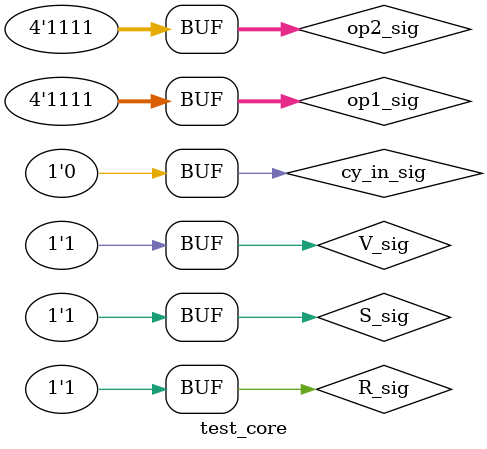
<source format=sv>

`timescale 100 ns/ 100 ns

module test_core;

// ----------------- INPUT -----------------
reg [3:0] op1_sig;          // Operand 1
reg [3:0] op2_sig;          // Operand 2
reg cy_in_sig;              // Carry in (to slice D)
reg R_sig;                  // Operation control "R"
reg S_sig;                  // Operation control "S"
reg V_sig;                  // Operation control "V"

// ----------------- OUTPUT -----------------
wire cy_out_sig;            // Carry out (from slice A)
wire vf_out_sig;            // Overflow out
wire [3:0] result_sig;      // Result bits

initial begin
    //------------------------------------------------------------
    // Test ADD/ADC:    R=0  S=0  V=0    Cin for ADC operation
    R_sig = 0;
    S_sig = 0;
    V_sig = 0;
        op1_sig = 4'h0;     // 0 + 0 + 0 = 0
        op2_sig = 4'h0;
        cy_in_sig = 0;
    #1  cy_in_sig = 1;      // 0 + 0 + 1 = 1
    #1  op1_sig = 4'h2;     // 2 + 8 + 0 = A
        op2_sig = 4'h8;
        cy_in_sig = 0;
    #1  cy_in_sig = 1;      // 2 + 8 + 1 = B
    #1  op1_sig = 4'hB;     // B + 4 + 0 = F
        op2_sig = 4'h4;
        cy_in_sig = 0;
    #1  cy_in_sig = 1;      // B + 4 + 1 = 0 + CY
    #1  op1_sig = 4'hD;     // D + 6 + 0 = 3 + CY
        op2_sig = 4'h6;
        cy_in_sig = 0;
    #1  cy_in_sig = 1;      // D + 6 + 1 = 4 + CY

    //------------------------------------------------------------
    // Test XOR:        R=1  S=0  V=0  Cin=0
    #1
    R_sig = 1;
    S_sig = 0;
    V_sig = 0;
    cy_in_sig = 0;
        op1_sig = 4'h0;     // 0 ^ 0 = 0
        op2_sig = 4'h0;
    #1  op1_sig = 4'h3;     // 3 ^ C = F
        op2_sig = 4'hC;
    #1  op1_sig = 4'h6;     // 6 ^ 3 = 5
        op2_sig = 4'h3;
    #1  op1_sig = 4'hF;     // F ^ F = 0
        op2_sig = 4'hF;

    //------------------------------------------------------------
    // Test AND:        R=0  S=1  V=0  Cin=1
    #1
    R_sig = 0;
    S_sig = 1;
    V_sig = 0;
    cy_in_sig = 1;
        op1_sig = 4'h0;     // 0 & 0 = 0
        op2_sig = 4'h0;
    #1  op1_sig = 4'h3;     // 3 & C = 0
        op2_sig = 4'hC;
    #1  op1_sig = 4'h6;     // 6 & 3 = 2
        op2_sig = 4'h3;
    #1  op1_sig = 4'hF;     // F & F = F
        op2_sig = 4'hF;

    //------------------------------------------------------------
    // Test OR:         R=1  S=1  V=1  Cin=0
    #1
    R_sig = 1;
    S_sig = 1;
    V_sig = 1;
    cy_in_sig = 0;
        op1_sig = 4'h0;     // 0 | 0 = 0
        op2_sig = 4'h0;
    #1  op1_sig = 4'h3;     // 3 | C = F
        op2_sig = 4'hC;
    #1  op1_sig = 4'h6;     // 6 | 3 = 7
        op2_sig = 4'h3;
    #1  op1_sig = 4'hF;     // F | F = F
        op2_sig = 4'hF;

    #1 $display("End of test");
end

//--------------------------------------------------------------
// Instantiate ALU core block
//--------------------------------------------------------------
alu_core alu_core_inst
(
	.cy_in(cy_in_sig) ,	// input  cy_in_sig
	.op1(op1_sig[3:0]) ,	// input [3:0] op1_sig
	.op2(op2_sig[3:0]) ,	// input [3:0] op2_sig
	.S(S_sig) ,	// input  S_sig
	.V(V_sig) ,	// input  V_sig
	.R(R_sig) ,	// input  R_sig
	.cy_out(cy_out_sig) ,	// output  cy_out_sig
	.vf_out(vf_out_sig) ,	// output  vf_out_sig
	.result(result_sig[3:0]) 	// output [3:0] result_sig
);

endmodule

</source>
